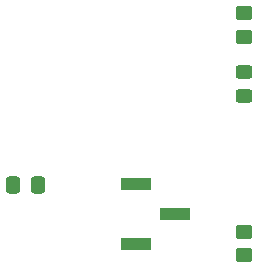
<source format=gtp>
%TF.GenerationSoftware,KiCad,Pcbnew,8.0.8*%
%TF.CreationDate,2025-02-12T14:25:55-08:00*%
%TF.ProjectId,jazmyn_hwsw,6a617a6d-796e-45f6-9877-73772e6b6963,rev?*%
%TF.SameCoordinates,Original*%
%TF.FileFunction,Paste,Top*%
%TF.FilePolarity,Positive*%
%FSLAX46Y46*%
G04 Gerber Fmt 4.6, Leading zero omitted, Abs format (unit mm)*
G04 Created by KiCad (PCBNEW 8.0.8) date 2025-02-12 14:25:55*
%MOMM*%
%LPD*%
G01*
G04 APERTURE LIST*
G04 Aperture macros list*
%AMRoundRect*
0 Rectangle with rounded corners*
0 $1 Rounding radius*
0 $2 $3 $4 $5 $6 $7 $8 $9 X,Y pos of 4 corners*
0 Add a 4 corners polygon primitive as box body*
4,1,4,$2,$3,$4,$5,$6,$7,$8,$9,$2,$3,0*
0 Add four circle primitives for the rounded corners*
1,1,$1+$1,$2,$3*
1,1,$1+$1,$4,$5*
1,1,$1+$1,$6,$7*
1,1,$1+$1,$8,$9*
0 Add four rect primitives between the rounded corners*
20,1,$1+$1,$2,$3,$4,$5,0*
20,1,$1+$1,$4,$5,$6,$7,0*
20,1,$1+$1,$6,$7,$8,$9,0*
20,1,$1+$1,$8,$9,$2,$3,0*%
G04 Aperture macros list end*
%ADD10RoundRect,0.250000X0.450000X-0.325000X0.450000X0.325000X-0.450000X0.325000X-0.450000X-0.325000X0*%
%ADD11RoundRect,0.250000X-0.337500X-0.475000X0.337500X-0.475000X0.337500X0.475000X-0.337500X0.475000X0*%
%ADD12RoundRect,0.250000X-0.450000X0.350000X-0.450000X-0.350000X0.450000X-0.350000X0.450000X0.350000X0*%
%ADD13R,2.510000X1.000000*%
G04 APERTURE END LIST*
D10*
%TO.C,D1*%
X96000000Y-76525000D03*
X96000000Y-74475000D03*
%TD*%
D11*
%TO.C,C1*%
X76462500Y-84000000D03*
X78537500Y-84000000D03*
%TD*%
D12*
%TO.C,R1*%
X96000000Y-69500000D03*
X96000000Y-71500000D03*
%TD*%
D13*
%TO.C,J1*%
X86845000Y-89040000D03*
X90155000Y-86500000D03*
X86845000Y-83960000D03*
%TD*%
D12*
%TO.C,R2*%
X96000000Y-88000000D03*
X96000000Y-90000000D03*
%TD*%
M02*

</source>
